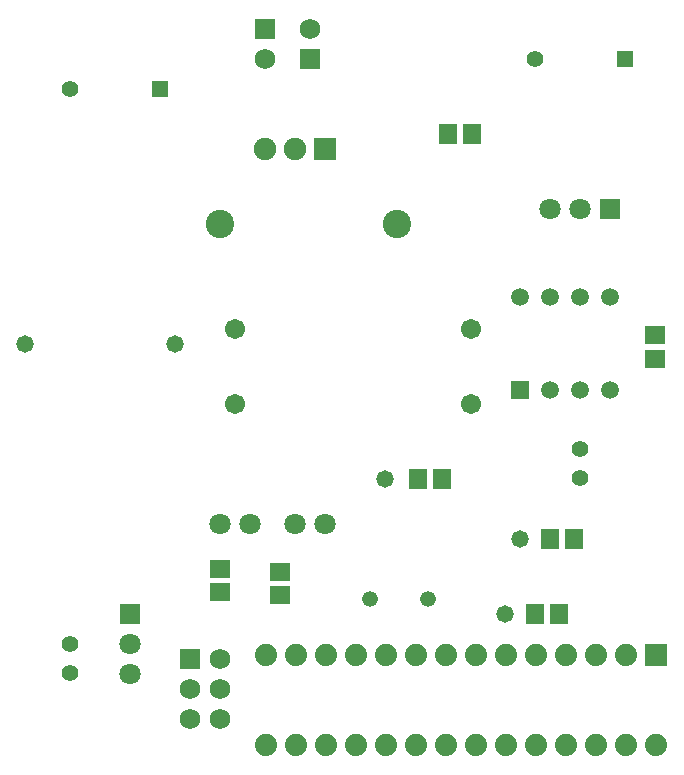
<source format=gts>
G04*
G04 #@! TF.GenerationSoftware,Altium Limited,Altium Designer,19.1.7 (138)*
G04*
G04 Layer_Color=8388736*
%FSLAX25Y25*%
%MOIN*%
G70*
G01*
G75*
%ADD18R,0.06312X0.06706*%
%ADD19R,0.06706X0.06312*%
%ADD20C,0.07099*%
%ADD21R,0.07099X0.07099*%
%ADD22R,0.07099X0.07099*%
%ADD23C,0.05524*%
%ADD24R,0.07493X0.07493*%
%ADD25C,0.07493*%
%ADD26C,0.06706*%
%ADD27C,0.07099*%
%ADD28C,0.09461*%
%ADD29C,0.05249*%
%ADD30R,0.05524X0.05524*%
%ADD31C,0.05950*%
%ADD32R,0.05950X0.05950*%
%ADD33R,0.06800X0.06800*%
%ADD34C,0.06800*%
%ADD35C,0.05800*%
%ADD36C,0.07400*%
%ADD37R,0.07400X0.07400*%
D18*
X158937Y105000D02*
D03*
X151063D02*
D03*
X161063Y220000D02*
D03*
X168937D02*
D03*
X197874Y60000D02*
D03*
X190000D02*
D03*
X195000Y85000D02*
D03*
X202874D02*
D03*
D19*
X105000Y73937D02*
D03*
Y66063D02*
D03*
X85000Y75000D02*
D03*
Y67126D02*
D03*
X230000Y152874D02*
D03*
Y145000D02*
D03*
D20*
X55000Y40000D02*
D03*
Y50000D02*
D03*
X195000Y195000D02*
D03*
X205000D02*
D03*
D21*
X55000Y60000D02*
D03*
D22*
X215000Y195000D02*
D03*
D23*
X35000Y50000D02*
D03*
Y40157D02*
D03*
X205000Y105157D02*
D03*
Y115000D02*
D03*
X190000Y245000D02*
D03*
X35000Y235000D02*
D03*
D24*
X120000Y215000D02*
D03*
D25*
X110000D02*
D03*
X100000D02*
D03*
D26*
X90000Y155000D02*
D03*
X168740D02*
D03*
Y130000D02*
D03*
X90000D02*
D03*
D27*
X120000Y90000D02*
D03*
X110000D02*
D03*
X95000D02*
D03*
X85000D02*
D03*
D28*
Y190000D02*
D03*
X144055D02*
D03*
D29*
X135000Y65000D02*
D03*
X154213D02*
D03*
D30*
X220000Y245000D02*
D03*
X65000Y235000D02*
D03*
D31*
X195000Y165492D02*
D03*
X205000D02*
D03*
X185000D02*
D03*
X215000D02*
D03*
Y134508D02*
D03*
X195000D02*
D03*
X205000D02*
D03*
D32*
X185000D02*
D03*
D33*
X100000Y255000D02*
D03*
X115000Y245000D02*
D03*
X75000Y45000D02*
D03*
D34*
X100000Y245000D02*
D03*
X115000Y255000D02*
D03*
X75000Y35000D02*
D03*
Y25000D02*
D03*
X85000D02*
D03*
Y35000D02*
D03*
Y45000D02*
D03*
D35*
X70000Y150000D02*
D03*
X20000D02*
D03*
X140000Y105000D02*
D03*
X185000Y85000D02*
D03*
X180000Y60000D02*
D03*
D36*
X230500Y16063D02*
D03*
X220500D02*
D03*
X210500D02*
D03*
X200500D02*
D03*
X190500D02*
D03*
X180500D02*
D03*
X170500D02*
D03*
X160500D02*
D03*
X150500D02*
D03*
X140500D02*
D03*
X130500D02*
D03*
X120500D02*
D03*
X110500D02*
D03*
X100500D02*
D03*
Y46063D02*
D03*
X110500D02*
D03*
X120500D02*
D03*
X130500D02*
D03*
X140500D02*
D03*
X150500D02*
D03*
X160500D02*
D03*
X170500D02*
D03*
X180500D02*
D03*
X190500D02*
D03*
X200500D02*
D03*
X210500D02*
D03*
X220500D02*
D03*
D37*
X230500D02*
D03*
M02*

</source>
